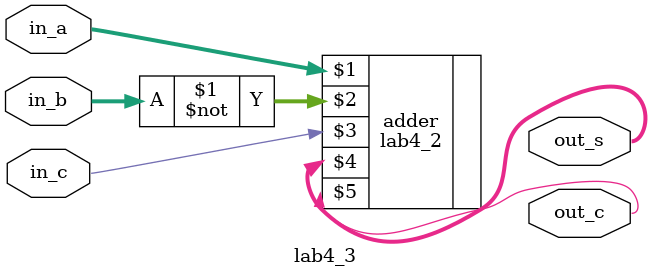
<source format=v>
/* CSED273 lab4 experiment 3 */
/* lab4_3.v */

/* Implement 5-Bit Ripple Subtractor
 * You must use lab4_2 module in lab4_2.v
 * You may use keword "assign" and bitwise operator
 * or just implement with gate-level modeling*/
module lab4_3(
    input [4:0] in_a,
    input [4:0] in_b,
    input in_c,
    output [4:0] out_s,
    output out_c
    );

    ////////////////////////
    lab4_2 adder(in_a, ~in_b, in_c, out_s, out_c); // use the ripple carry adder implemented earlier
    ////////////////////////

endmodule
</source>
